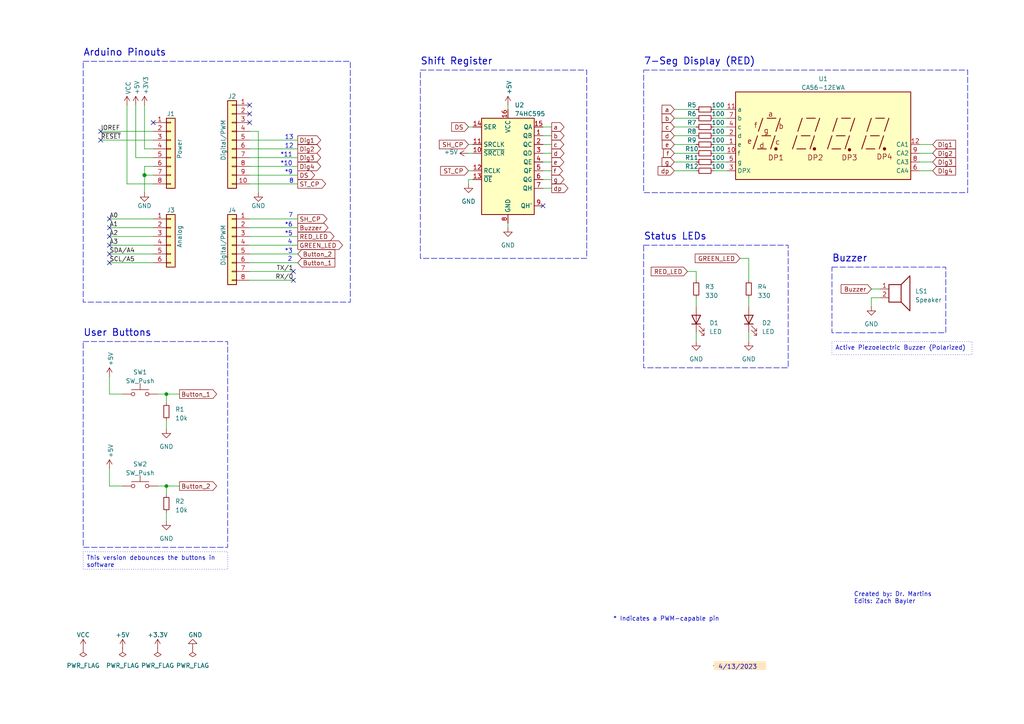
<source format=kicad_sch>
(kicad_sch (version 20230121) (generator eeschema)
  (paper "A4")
  (title_block (title "Arduino Uno Shield") (date "2023-03-22") (rev "1.0"))
  (lib_symbols
    (symbol "+5V_1" (power) (pin_names (offset 0))
      (property "Value" "+5V_1" (at 0 3.556 0))
      (symbol "+5V_1_0_1"
        (polyline (pts (xy -0.762 1.27) (xy 0 2.54)))
        (polyline (pts (xy 0 0) (xy 0 2.54)))
        (polyline (pts (xy 0 2.54) (xy 0.762 1.27)))
      )
      (symbol "+5V_1_1_1"
        (pin power_in line (at 0 0 90) (length 0) hide (name "+5V") (number "1"))
      )
    )
    (symbol "74xx:74HC595"
      (property "Reference" "U" (at -7.62 13.97 0))
      (property "Value" "74HC595" (at -7.62 -16.51 0))
      (symbol "74HC595_1_0"
        (pin tri_state line (at 10.16 7.62 180) (length 2.54) (name "QB") (number "1"))
        (pin input line (at -10.16 2.54 0) (length 2.54) (name "~{SRCLR}") (number "10"))
        (pin input line (at -10.16 5.08 0) (length 2.54) (name "SRCLK") (number "11"))
        (pin input line (at -10.16 -2.54 0) (length 2.54) (name "RCLK") (number "12"))
        (pin input line (at -10.16 -5.08 0) (length 2.54) (name "~{OE}") (number "13"))
        (pin input line (at -10.16 10.16 0) (length 2.54) (name "SER") (number "14"))
        (pin tri_state line (at 10.16 10.16 180) (length 2.54) (name "QA") (number "15"))
        (pin power_in line (at 0 15.24 270) (length 2.54) (name "VCC") (number "16"))
        (pin tri_state line (at 10.16 5.08 180) (length 2.54) (name "QC") (number "2"))
        (pin tri_state line (at 10.16 2.54 180) (length 2.54) (name "QD") (number "3"))
        (pin tri_state line (at 10.16 0 180) (length 2.54) (name "QE") (number "4"))
        (pin tri_state line (at 10.16 -2.54 180) (length 2.54) (name "QF") (number "5"))
        (pin tri_state line (at 10.16 -5.08 180) (length 2.54) (name "QG") (number "6"))
        (pin tri_state line (at 10.16 -7.62 180) (length 2.54) (name "QH") (number "7"))
        (pin power_in line (at 0 -17.78 90) (length 2.54) (name "GND") (number "8"))
        (pin output line (at 10.16 -12.7 180) (length 2.54) (name "QH'") (number "9"))
      )
      (symbol "74HC595_1_1"
        (rectangle (start -7.62 12.7) (end 7.62 -15.24) (stroke (width 0.254)) (fill (type background)))
      )
    )
    (symbol "Connector_Generic:Conn_01x06" (pin_names (offset 1.016) hide)
      (property "Reference" "J" (at 0 7.62 0))
      (property "Value" "Conn_01x06" (at 0 -10.16 0))
      (symbol "Conn_01x06_1_1"
        (rectangle (start -1.27 -7.493) (end 0 -7.747) (stroke (width 0.1524)))
        (rectangle (start -1.27 -4.953) (end 0 -5.207) (stroke (width 0.1524)))
        (rectangle (start -1.27 -2.413) (end 0 -2.667) (stroke (width 0.1524)))
        (rectangle (start -1.27 0.127) (end 0 -0.127) (stroke (width 0.1524)))
        (rectangle (start -1.27 2.667) (end 0 2.413) (stroke (width 0.1524)))
        (rectangle (start -1.27 5.207) (end 0 4.953) (stroke (width 0.1524)))
        (rectangle (start -1.27 6.35) (end 1.27 -8.89) (stroke (width 0.254)) (fill (type background)))
        (pin passive line (at -5.08 5.08 0) (length 3.81) (name "Pin_1") (number "1"))
        (pin passive line (at -5.08 2.54 0) (length 3.81) (name "Pin_2") (number "2"))
        (pin passive line (at -5.08 0 0) (length 3.81) (name "Pin_3") (number "3"))
        (pin passive line (at -5.08 -2.54 0) (length 3.81) (name "Pin_4") (number "4"))
        (pin passive line (at -5.08 -5.08 0) (length 3.81) (name "Pin_5") (number "5"))
        (pin passive line (at -5.08 -7.62 0) (length 3.81) (name "Pin_6") (number "6"))
      )
    )
    (symbol "Connector_Generic:Conn_01x08" (pin_names (offset 1.016) hide)
      (property "Reference" "J" (at 0 10.16 0))
      (property "Value" "Conn_01x08" (at 0 -12.7 0))
      (symbol "Conn_01x08_1_1"
        (rectangle (start -1.27 -10.033) (end 0 -10.287) (stroke (width 0.1524)))
        (rectangle (start -1.27 -7.493) (end 0 -7.747) (stroke (width 0.1524)))
        (rectangle (start -1.27 -4.953) (end 0 -5.207) (stroke (width 0.1524)))
        (rectangle (start -1.27 -2.413) (end 0 -2.667) (stroke (width 0.1524)))
        (rectangle (start -1.27 0.127) (end 0 -0.127) (stroke (width 0.1524)))
        (rectangle (start -1.27 2.667) (end 0 2.413) (stroke (width 0.1524)))
        (rectangle (start -1.27 5.207) (end 0 4.953) (stroke (width 0.1524)))
        (rectangle (start -1.27 7.747) (end 0 7.493) (stroke (width 0.1524)))
        (rectangle (start -1.27 8.89) (end 1.27 -11.43) (stroke (width 0.254)) (fill (type background)))
        (pin passive line (at -5.08 7.62 0) (length 3.81) (name "Pin_1") (number "1"))
        (pin passive line (at -5.08 5.08 0) (length 3.81) (name "Pin_2") (number "2"))
        (pin passive line (at -5.08 2.54 0) (length 3.81) (name "Pin_3") (number "3"))
        (pin passive line (at -5.08 0 0) (length 3.81) (name "Pin_4") (number "4"))
        (pin passive line (at -5.08 -2.54 0) (length 3.81) (name "Pin_5") (number "5"))
        (pin passive line (at -5.08 -5.08 0) (length 3.81) (name "Pin_6") (number "6"))
        (pin passive line (at -5.08 -7.62 0) (length 3.81) (name "Pin_7") (number "7"))
        (pin passive line (at -5.08 -10.16 0) (length 3.81) (name "Pin_8") (number "8"))
      )
    )
    (symbol "Connector_Generic:Conn_01x10" (pin_names (offset 1.016) hide)
      (property "Reference" "J" (at 0 12.7 0))
      (property "Value" "Conn_01x10" (at 0 -15.24 0))
      (symbol "Conn_01x10_1_1"
        (rectangle (start -1.27 -12.573) (end 0 -12.827) (stroke (width 0.1524)))
        (rectangle (start -1.27 -10.033) (end 0 -10.287) (stroke (width 0.1524)))
        (rectangle (start -1.27 -7.493) (end 0 -7.747) (stroke (width 0.1524)))
        (rectangle (start -1.27 -4.953) (end 0 -5.207) (stroke (width 0.1524)))
        (rectangle (start -1.27 -2.413) (end 0 -2.667) (stroke (width 0.1524)))
        (rectangle (start -1.27 0.127) (end 0 -0.127) (stroke (width 0.1524)))
        (rectangle (start -1.27 2.667) (end 0 2.413) (stroke (width 0.1524)))
        (rectangle (start -1.27 5.207) (end 0 4.953) (stroke (width 0.1524)))
        (rectangle (start -1.27 7.747) (end 0 7.493) (stroke (width 0.1524)))
        (rectangle (start -1.27 10.287) (end 0 10.033) (stroke (width 0.1524)))
        (rectangle (start -1.27 11.43) (end 1.27 -13.97) (stroke (width 0.254)) (fill (type background)))
        (pin passive line (at -5.08 10.16 0) (length 3.81) (name "Pin_1") (number "1"))
        (pin passive line (at -5.08 -12.7 0) (length 3.81) (name "Pin_10") (number "10"))
        (pin passive line (at -5.08 7.62 0) (length 3.81) (name "Pin_2") (number "2"))
        (pin passive line (at -5.08 5.08 0) (length 3.81) (name "Pin_3") (number "3"))
        (pin passive line (at -5.08 2.54 0) (length 3.81) (name "Pin_4") (number "4"))
        (pin passive line (at -5.08 0 0) (length 3.81) (name "Pin_5") (number "5"))
        (pin passive line (at -5.08 -2.54 0) (length 3.81) (name "Pin_6") (number "6"))
        (pin passive line (at -5.08 -5.08 0) (length 3.81) (name "Pin_7") (number "7"))
        (pin passive line (at -5.08 -7.62 0) (length 3.81) (name "Pin_8") (number "8"))
        (pin passive line (at -5.08 -10.16 0) (length 3.81) (name "Pin_9") (number "9"))
      )
    )
    (symbol "Device:LED" (pin_numbers hide) (pin_names (offset 1.016) hide)
      (property "Reference" "D" (at 0 2.54 0))
      (property "Value" "LED" (at 0 -2.54 0))
      (symbol "LED_0_1"
        (polyline (pts (xy -1.27 -1.27) (xy -1.27 1.27)) (stroke (width 0.254)))
        (polyline (pts (xy -1.27 0) (xy 1.27 0)))
        (polyline (pts (xy 1.27 -1.27) (xy 1.27 1.27) (xy -1.27 0) (xy 1.27 -1.27)) (stroke (width 0.254)))
        (polyline (pts (xy -3.048 -0.762) (xy -4.572 -2.286) (xy -3.81 -2.286) (xy -4.572 -2.286) (xy -4.572 -1.524)))
        (polyline (pts (xy -1.778 -0.762) (xy -3.302 -2.286) (xy -2.54 -2.286) (xy -3.302 -2.286) (xy -3.302 -1.524)))
      )
      (symbol "LED_1_1"
        (pin passive line (at -3.81 0 0) (length 2.54) (name "K") (number "1"))
        (pin passive line (at 3.81 0 180) (length 2.54) (name "A") (number "2"))
      )
    )
    (symbol "Device:R_Small" (pin_numbers hide) (pin_names (offset 0.254) hide)
      (property "Reference" "R" (at 0.762 0.508 0))
      (property "Value" "R_Small" (at 0.762 -1.016 0))
      (symbol "R_Small_0_1"
        (rectangle (start -0.762 1.778) (end 0.762 -1.778) (stroke (width 0.2032)))
      )
      (symbol "R_Small_1_1"
        (pin passive line (at 0 2.54 270) (length 0.762) (name "~") (number "1"))
        (pin passive line (at 0 -2.54 90) (length 0.762) (name "~") (number "2"))
      )
    )
    (symbol "Device:Speaker" (pin_names (offset 0) hide)
      (property "Reference" "LS" (at 1.27 5.715 0))
      (property "Value" "Speaker" (at 1.27 3.81 0))
      (symbol "Speaker_0_0"
        (rectangle (start -2.54 1.27) (end 1.016 -3.81) (stroke (width 0.254)))
        (polyline (pts (xy 1.016 1.27) (xy 3.556 3.81) (xy 3.556 -6.35) (xy 1.016 -3.81)) (stroke (width 0.254)))
      )
      (symbol "Speaker_1_1"
        (pin input line (at -5.08 0 0) (length 2.54) (name "1") (number "1"))
        (pin input line (at -5.08 -2.54 0) (length 2.54) (name "2") (number "2"))
      )
    )
    (symbol "Display_Character:CA56-12EWA"
      (property "Reference" "U" (at -24.13 13.97 0))
      (property "Value" "CA56-12EWA" (at 19.05 13.97 0))
      (symbol "CA56-12EWA_0_0"
        (rectangle (start -25.4 12.7) (end 25.4 -12.7) (stroke (width 0.254)) (fill (type background)))
        (polyline (pts (xy -20.32 -3.81) (xy -19.05 0)) (stroke (width 0.254)))
        (polyline (pts (xy -19.05 -3.81) (xy -16.51 -3.81)) (stroke (width 0.254)))
        (polyline (pts (xy -18.796 1.27) (xy -17.526 5.08)) (stroke (width 0.254)))
        (polyline (pts (xy -17.78 0) (xy -15.24 0)) (stroke (width 0.254)))
        (polyline (pts (xy -16.256 5.08) (xy -13.716 5.08)) (stroke (width 0.254)))
        (polyline (pts (xy -15.24 -3.81) (xy -13.97 0)) (stroke (width 0.254)))
        (polyline (pts (xy -13.716 1.27) (xy -12.446 5.08)) (stroke (width 0.254)))
        (polyline (pts (xy -8.89 -3.81) (xy -7.62 0)) (stroke (width 0.254)))
        (polyline (pts (xy -7.62 -3.81) (xy -5.08 -3.81)) (stroke (width 0.254)))
        (polyline (pts (xy -7.366 1.27) (xy -6.096 5.08)) (stroke (width 0.254)))
        (polyline (pts (xy -6.35 0) (xy -3.81 0)) (stroke (width 0.254)))
        (polyline (pts (xy -4.826 5.08) (xy -2.286 5.08)) (stroke (width 0.254)))
        (polyline (pts (xy -3.81 -3.81) (xy -2.54 0)) (stroke (width 0.254)))
        (polyline (pts (xy -2.286 1.27) (xy -1.016 5.08)) (stroke (width 0.254)))
        (polyline (pts (xy 1.27 -3.81) (xy 2.54 0)) (stroke (width 0.254)))
        (polyline (pts (xy 2.54 -3.81) (xy 5.08 -3.81)) (stroke (width 0.254)))
        (polyline (pts (xy 2.794 1.27) (xy 4.064 5.08)) (stroke (width 0.254)))
        (polyline (pts (xy 3.81 0) (xy 6.35 0)) (stroke (width 0.254)))
        (polyline (pts (xy 5.334 5.08) (xy 7.874 5.08)) (stroke (width 0.254)))
        (polyline (pts (xy 6.35 -3.81) (xy 7.62 0)) (stroke (width 0.254)))
        (polyline (pts (xy 7.874 1.27) (xy 9.144 5.08)) (stroke (width 0.254)))
        (polyline (pts (xy 11.176 -3.81) (xy 12.446 0)) (stroke (width 0.254)))
        (polyline (pts (xy 12.446 -3.81) (xy 14.986 -3.81)) (stroke (width 0.254)))
        (polyline (pts (xy 12.7 1.27) (xy 13.97 5.08)) (stroke (width 0.254)))
        (polyline (pts (xy 13.716 0) (xy 16.256 0)) (stroke (width 0.254)))
        (polyline (pts (xy 15.24 5.08) (xy 17.78 5.08)) (stroke (width 0.254)))
        (polyline (pts (xy 16.256 -3.81) (xy 17.526 0)) (stroke (width 0.254)))
        (polyline (pts (xy 17.78 1.27) (xy 19.05 5.08)) (stroke (width 0.254)))
        (text "a" (at -15.24 6.35 0) (effects (font (size 1.524 1.524))))
        (text "b" (at -12.192 2.794 0) (effects (font (size 1.524 1.524))))
        (text "c" (at -13.208 -1.778 0) (effects (font (size 1.524 1.524))))
        (text "d" (at -17.78 -2.794 0) (effects (font (size 1.524 1.524))))
        (text "DP1" (at -13.716 -6.35 0) (effects (font (size 1.524 1.524))))
        (text "DP2" (at -2.286 -6.35 0) (effects (font (size 1.524 1.524))))
        (text "DP3" (at 7.62 -6.35 0) (effects (font (size 1.524 1.524))))
        (text "DP4" (at 17.78 -6.096 0) (effects (font (size 1.524 1.524))))
        (text "e" (at -21.336 -1.524 0) (effects (font (size 1.524 1.524))))
        (text "f" (at -19.558 3.048 0) (effects (font (size 1.524 1.524))))
        (text "g" (at -16.51 1.524 0) (effects (font (size 1.524 1.524))))
      )
      (symbol "CA56-12EWA_0_1"
        (circle (center -13.716 -3.81) (radius 0.3556) (stroke (width 0.254)) (fill (type outline)))
        (circle (center -2.54 -3.81) (radius 0.3556) (stroke (width 0.254)) (fill (type outline)))
      )
      (symbol "CA56-12EWA_1_0"
        (circle (center 7.62 -4.064) (radius 0.3556) (stroke (width 0.254)) (fill (type outline)))
        (circle (center 17.78 -3.81) (radius 0.3556) (stroke (width 0.254)) (fill (type outline)))
      )
      (symbol "CA56-12EWA_1_1"
        (pin input line (at -27.94 -2.54 0) (length 2.54) (name "e") (number "1"))
        (pin input line (at -27.94 -5.08 0) (length 2.54) (name "f") (number "10"))
        (pin input line (at -27.94 7.62 0) (length 2.54) (name "a") (number "11"))
        (pin input line (at 27.94 -2.54 180) (length 2.54) (name "CA1") (number "12"))
        (pin input line (at -27.94 0 0) (length 2.54) (name "d") (number "2"))
        (pin input line (at -27.94 -10.16 0) (length 2.54) (name "DPX") (number "3"))
        (pin input line (at -27.94 2.54 0) (length 2.54) (name "c") (number "4"))
        (pin input line (at -27.94 -7.62 0) (length 2.54) (name "g") (number "5"))
        (pin input line (at 27.94 -10.16 180) (length 2.54) (name "CA4") (number "6"))
        (pin input line (at -27.94 5.08 0) (length 2.54) (name "b") (number "7"))
        (pin input line (at 27.94 -7.62 180) (length 2.54) (name "CA3") (number "8"))
        (pin input line (at 27.94 -5.08 180) (length 2.54) (name "CA2") (number "9"))
      )
    )
    (symbol "GND_1" (power) (pin_names (offset 0))
      (property "Value" "GND_1" (at 0 -3.81 0))
      (symbol "GND_1_0_1"
        (polyline (pts (xy 0 0) (xy 0 -1.27) (xy 1.27 -1.27) (xy 0 -2.54) (xy -1.27 -1.27) (xy 0 -1.27)))
      )
      (symbol "GND_1_1_1"
        (pin power_in line (at 0 0 270) (length 0) hide (name "GND") (number "1"))
      )
    )
    (symbol "GND_2" (power) (pin_names (offset 0))
      (property "Value" "GND_2" (at 0 -3.81 0))
      (symbol "GND_2_0_1"
        (polyline (pts (xy 0 0) (xy 0 -1.27) (xy 1.27 -1.27) (xy 0 -2.54) (xy -1.27 -1.27) (xy 0 -1.27)))
      )
      (symbol "GND_2_1_1"
        (pin power_in line (at 0 0 270) (length 0) hide (name "GND") (number "1"))
      )
    )
    (symbol "GND_3" (power) (pin_names (offset 0))
      (property "Value" "GND_3" (at 0 -3.81 0))
      (symbol "GND_3_0_1"
        (polyline (pts (xy 0 0) (xy 0 -1.27) (xy 1.27 -1.27) (xy 0 -2.54) (xy -1.27 -1.27) (xy 0 -1.27)))
      )
      (symbol "GND_3_1_1"
        (pin power_in line (at 0 0 270) (length 0) hide (name "GND") (number "1"))
      )
    )
    (symbol "GND_4" (power) (pin_names (offset 0))
      (property "Value" "GND_4" (at 0 -3.81 0))
      (symbol "GND_4_0_1"
        (polyline (pts (xy 0 0) (xy 0 -1.27) (xy 1.27 -1.27) (xy 0 -2.54) (xy -1.27 -1.27) (xy 0 -1.27)))
      )
      (symbol "GND_4_1_1"
        (pin power_in line (at 0 0 270) (length 0) hide (name "GND") (number "1"))
      )
    )
    (symbol "Switch:SW_Push" (pin_numbers hide) (pin_names (offset 1.016) hide)
      (property "Reference" "SW" (at 1.27 2.54 0))
      (property "Value" "SW_Push" (at 0 -1.524 0))
      (symbol "SW_Push_0_1"
        (circle (center -2.032 0) (radius 0.508))
        (polyline (pts (xy 0 1.27) (xy 0 3.048)))
        (polyline (pts (xy 2.54 1.27) (xy -2.54 1.27)))
        (circle (center 2.032 0) (radius 0.508))
        (pin passive line (at -5.08 0 0) (length 2.54) (name "1") (number "1"))
        (pin passive line (at 5.08 0 180) (length 2.54) (name "2") (number "2"))
      )
    )
    (symbol "VCC_1" (power) (pin_names (offset 0))
      (property "Value" "VCC_1" (at 0 3.81 0))
      (symbol "VCC_1_0_1"
        (polyline (pts (xy -0.762 1.27) (xy 0 2.54)))
        (polyline (pts (xy 0 0) (xy 0 2.54)))
        (polyline (pts (xy 0 2.54) (xy 0.762 1.27)))
      )
      (symbol "VCC_1_1_1"
        (pin power_in line (at 0 0 90) (length 0) hide (name "VCC") (number "1"))
      )
    )
    (symbol "power:+3.3V" (power) (pin_names (offset 0))
      (property "Value" "+3.3V" (at 0 3.556 0))
      (symbol "+3.3V_0_1"
        (polyline (pts (xy -0.762 1.27) (xy 0 2.54)))
        (polyline (pts (xy 0 0) (xy 0 2.54)))
        (polyline (pts (xy 0 2.54) (xy 0.762 1.27)))
      )
      (symbol "+3.3V_1_1"
        (pin power_in line (at 0 0 90) (length 0) hide (name "+3.3V") (number "1"))
      )
    )
    (symbol "power:+3V3" (power) (pin_names (offset 0))
      (property "Value" "+3V3" (at 0 3.556 0))
      (symbol "+3V3_0_1"
        (polyline (pts (xy -0.762 1.27) (xy 0 2.54)))
        (polyline (pts (xy 0 0) (xy 0 2.54)))
        (polyline (pts (xy 0 2.54) (xy 0.762 1.27)))
      )
      (symbol "+3V3_1_1"
        (pin power_in line (at 0 0 90) (length 0) hide (name "+3V3") (number "1"))
      )
    )
    (symbol "power:+5V" (power) (pin_names (offset 0))
      (property "Value" "+5V" (at 0 3.556 0))
      (symbol "+5V_0_1"
        (polyline (pts (xy -0.762 1.27) (xy 0 2.54)))
        (polyline (pts (xy 0 0) (xy 0 2.54)))
        (polyline (pts (xy 0 2.54) (xy 0.762 1.27)))
      )
      (symbol "+5V_1_1"
        (pin power_in line (at 0 0 90) (length 0) hide (name "+5V") (number "1"))
      )
    )
    (symbol "power:GND" (power) (pin_names (offset 0))
      (property "Value" "GND" (at 0 -3.81 0))
      (symbol "GND_0_1"
        (polyline (pts (xy 0 0) (xy 0 -1.27) (xy 1.27 -1.27) (xy 0 -2.54) (xy -1.27 -1.27) (xy 0 -1.27)))
      )
      (symbol "GND_1_1"
        (pin power_in line (at 0 0 270) (length 0) hide (name "GND") (number "1"))
      )
    )
    (symbol "power:PWR_FLAG" (power) (pin_numbers hide) (pin_names (offset 0) hide)
      (property "Value" "PWR_FLAG" (at 0 3.81 0))
      (symbol "PWR_FLAG_0_0"
        (pin power_out line (at 0 0 90) (length 0) (name "pwr") (number "1"))
      )
      (symbol "PWR_FLAG_0_1"
        (polyline (pts (xy 0 0) (xy 0 1.27) (xy -1.016 1.905) (xy 0 2.54) (xy 1.016 1.905) (xy 0 1.27)))
      )
    )
    (symbol "power:VCC" (power) (pin_names (offset 0))
      (property "Value" "VCC" (at 0 3.81 0))
      (symbol "VCC_0_1"
        (polyline (pts (xy -0.762 1.27) (xy 0 2.54)))
        (polyline (pts (xy 0 0) (xy 0 2.54)))
        (polyline (pts (xy 0 2.54) (xy 0.762 1.27)))
      )
      (symbol "VCC_1_1"
        (pin power_in line (at 0 0 90) (length 0) hide (name "VCC") (number "1"))
      )
    )
  )
  (junction (at 41.91 50.8) (diameter 1.016))
  (junction (at 48.26 140.97))
  (junction (at 48.26 114.3))
  (no_connect (at 85.09 78.74))
  (no_connect (at 72.39 30.48))
  (no_connect (at 29.21 38.1))
  (no_connect (at 72.39 35.56))
  (no_connect (at 31.75 73.66))
  (no_connect (at 31.75 71.12))
  (no_connect (at 31.75 68.58))
  (no_connect (at 72.39 33.02))
  (no_connect (at 85.09 81.28))
  (no_connect (at 157.48 59.69))
  (no_connect (at 29.21 40.64))
  (no_connect (at 44.45 35.56))
  (no_connect (at 31.75 76.2))
  (no_connect (at 31.75 66.04))
  (no_connect (at 31.75 63.5))
  (wire (pts (xy 72.39 81.28) (xy 85.09 81.28)))
  (wire (pts (xy 147.32 64.77) (xy 147.32 66.04)))
  (wire (pts (xy 72.39 48.26) (xy 86.36 48.26)))
  (wire (pts (xy 48.26 140.97) (xy 48.26 143.51)))
  (wire (pts (xy 207.01 36.83) (xy 210.82 36.83)))
  (wire (pts (xy 41.91 48.26) (xy 41.91 50.8)))
  (wire (pts (xy 252.73 86.36) (xy 252.73 88.9)))
  (wire (pts (xy 157.48 36.83) (xy 160.02 36.83)))
  (wire (pts (xy 48.26 140.97) (xy 52.07 140.97)))
  (wire (pts (xy 35.56 114.3) (xy 31.75 114.3)))
  (wire (pts (xy 48.26 114.3) (xy 48.26 116.84)))
  (wire (pts (xy 41.91 50.8) (xy 41.91 55.88)))
  (wire (pts (xy 201.93 86.36) (xy 201.93 88.9)))
  (wire (pts (xy 41.91 43.18) (xy 44.45 43.18)))
  (wire (pts (xy 39.37 45.72) (xy 44.45 45.72)))
  (wire (pts (xy 135.89 41.91) (xy 137.16 41.91)))
  (wire (pts (xy 39.37 30.48) (xy 39.37 45.72)))
  (wire (pts (xy 31.75 76.2) (xy 44.45 76.2)))
  (wire (pts (xy 72.39 40.64) (xy 86.36 40.64)))
  (wire (pts (xy 41.91 30.48) (xy 41.91 43.18)))
  (wire (pts (xy 72.39 63.5) (xy 86.36 63.5)))
  (wire (pts (xy 195.58 36.83) (xy 201.93 36.83)))
  (wire (pts (xy 252.73 83.82) (xy 255.27 83.82)))
  (wire (pts (xy 44.45 63.5) (xy 31.75 63.5)))
  (wire (pts (xy 266.7 44.45) (xy 270.51 44.45)))
  (wire (pts (xy 72.39 43.18) (xy 86.36 43.18)))
  (wire (pts (xy 217.17 74.93) (xy 217.17 81.28)))
  (wire (pts (xy 72.39 66.04) (xy 86.36 66.04)))
  (wire (pts (xy 195.58 34.29) (xy 201.93 34.29)))
  (wire (pts (xy 137.16 52.07) (xy 135.89 52.07)))
  (wire (pts (xy 217.17 86.36) (xy 217.17 88.9)))
  (wire (pts (xy 195.58 41.91) (xy 201.93 41.91)))
  (wire (pts (xy 147.32 30.48) (xy 147.32 31.75)))
  (wire (pts (xy 72.39 50.8) (xy 86.36 50.8)))
  (wire (pts (xy 214.63 74.93) (xy 217.17 74.93)))
  (wire (pts (xy 72.39 71.12) (xy 86.36 71.12)))
  (wire (pts (xy 195.58 44.45) (xy 201.93 44.45)))
  (wire (pts (xy 29.21 38.1) (xy 44.45 38.1)))
  (wire (pts (xy 135.89 36.83) (xy 137.16 36.83)))
  (wire (pts (xy 207.01 31.75) (xy 210.82 31.75)))
  (wire (pts (xy 48.26 114.3) (xy 52.07 114.3)))
  (wire (pts (xy 217.17 96.52) (xy 217.17 99.06)))
  (wire (pts (xy 157.48 49.53) (xy 160.02 49.53)))
  (wire (pts (xy 266.7 46.99) (xy 270.51 46.99)))
  (wire (pts (xy 74.93 38.1) (xy 74.93 55.88)))
  (wire (pts (xy 135.89 44.45) (xy 137.16 44.45)))
  (wire (pts (xy 207.01 39.37) (xy 210.82 39.37)))
  (wire (pts (xy 45.72 114.3) (xy 48.26 114.3)))
  (wire (pts (xy 44.45 68.58) (xy 31.75 68.58)))
  (wire (pts (xy 29.21 40.64) (xy 44.45 40.64)))
  (wire (pts (xy 44.45 50.8) (xy 41.91 50.8)))
  (wire (pts (xy 195.58 49.53) (xy 201.93 49.53)))
  (wire (pts (xy 255.27 86.36) (xy 252.73 86.36)))
  (wire (pts (xy 44.45 53.34) (xy 36.83 53.34)))
  (wire (pts (xy 31.75 66.04) (xy 44.45 66.04)))
  (wire (pts (xy 135.89 52.07) (xy 135.89 53.34)))
  (wire (pts (xy 207.01 46.99) (xy 210.82 46.99)))
  (wire (pts (xy 157.48 41.91) (xy 160.02 41.91)))
  (wire (pts (xy 207.01 34.29) (xy 210.82 34.29)))
  (wire (pts (xy 195.58 39.37) (xy 201.93 39.37)))
  (wire (pts (xy 207.01 44.45) (xy 210.82 44.45)))
  (wire (pts (xy 72.39 38.1) (xy 74.93 38.1)))
  (wire (pts (xy 44.45 48.26) (xy 41.91 48.26)))
  (wire (pts (xy 48.26 121.92) (xy 48.26 124.46)))
  (wire (pts (xy 157.48 44.45) (xy 160.02 44.45)))
  (wire (pts (xy 72.39 45.72) (xy 86.36 45.72)))
  (wire (pts (xy 266.7 49.53) (xy 270.51 49.53)))
  (wire (pts (xy 157.48 46.99) (xy 160.02 46.99)))
  (wire (pts (xy 31.75 114.3) (xy 31.75 109.22)))
  (wire (pts (xy 157.48 39.37) (xy 160.02 39.37)))
  (wire (pts (xy 72.39 68.58) (xy 86.36 68.58)))
  (wire (pts (xy 48.26 148.59) (xy 48.26 151.13)))
  (wire (pts (xy 31.75 71.12) (xy 44.45 71.12)))
  (wire (pts (xy 195.58 31.75) (xy 201.93 31.75)))
  (wire (pts (xy 195.58 46.99) (xy 201.93 46.99)))
  (wire (pts (xy 201.93 78.74) (xy 201.93 81.28)))
  (wire (pts (xy 201.93 96.52) (xy 201.93 99.06)))
  (wire (pts (xy 31.75 140.97) (xy 31.75 135.89)))
  (wire (pts (xy 72.39 76.2) (xy 86.36 76.2)))
  (wire (pts (xy 207.01 41.91) (xy 210.82 41.91)))
  (wire (pts (xy 72.39 73.66) (xy 86.36 73.66)))
  (wire (pts (xy 157.48 54.61) (xy 160.02 54.61)))
  (wire (pts (xy 266.7 41.91) (xy 270.51 41.91)))
  (wire (pts (xy 35.56 140.97) (xy 31.75 140.97)))
  (wire (pts (xy 135.89 49.53) (xy 137.16 49.53)))
  (wire (pts (xy 45.72 140.97) (xy 48.26 140.97)))
  (wire (pts (xy 72.39 78.74) (xy 85.09 78.74)))
  (wire (pts (xy 36.83 53.34) (xy 36.83 30.48)))
  (wire (pts (xy 199.39 78.74) (xy 201.93 78.74)))
  (wire (pts (xy 44.45 73.66) (xy 31.75 73.66)))
  (wire (pts (xy 157.48 52.07) (xy 160.02 52.07)))
  (wire (pts (xy 72.39 53.34) (xy 86.36 53.34)))
  (wire (pts (xy 207.01 49.53) (xy 210.82 49.53)))
  (rectangle (start 186.69 71.12) (end 228.6 106.68) (stroke (width 0) (type dash)))
  (rectangle (start 207.01 191.77) (end 222.25 194.31) (stroke (width -0.0001)) (fill (type color) (color 255 229 191 1)))
  (rectangle (start 207.01 193.04) (end 207.01 193.04) (fill (type color)))
  (rectangle (start 241.3 77.47) (end 274.32 96.52) (stroke (width 0) (type dash)))
  (rectangle (start 24.13 17.78) (end 101.6 87.63) (stroke (width 0) (type dash)))
  (rectangle (start 24.13 99.06) (end 66.04 158.75) (stroke (width 0) (type dash)))
  (rectangle (start 207.01 193.04) (end 207.01 193.04))
  (rectangle (start 121.92 20.32) (end 170.18 74.93) (stroke (width 0) (type dash)))
  (rectangle (start 207.01 193.04) (end 207.01 193.04))
  (rectangle (start 186.69 20.32) (end 280.67 55.88) (stroke (width 0) (type dash)))
  (text_box "Active Piezoelectric Buzzer (Polarized)" (at 241.3 99.06 0) (size 40.64 3.81) (stroke (width 0) (type dot)) (effects (font (size 1.27 1.27)) (justify left top)))
  (text_box "This version debounces the buttons in software" (at 24.13 160.02 0) (size 41.91 5.08) (stroke (width 0) (type dot)) (effects (font (size 1.27 1.27)) (justify left top)))
  (text "Shift Register" (at 121.92 19.05 0) (effects (font (size 2 2) (thickness 0.254) bold) (justify left bottom)))
  (text "Created by: Dr. Martins\nEdits: Zach Bayler" (at 247.65 175.26 0) (effects (font (size 1.27 1.27)) (justify left bottom)))
  (text "*10\n" (at 81.28 48.26 0) (effects (font (size 1.27 1.27)) (justify left bottom)))
  (text "*5\n" (at 82.55 68.58 0) (effects (font (size 1.27 1.27)) (justify left bottom)))
  (text "2" (at 83.3897 75.9697 0) (effects (font (size 1.27 1.27)) (justify left bottom)))
  (text "8\n" (at 83.82 53.34 0) (effects (font (size 1.27 1.27)) (justify left bottom)))
  (text "*6" (at 82.55 66.04 0) (effects (font (size 1.27 1.27)) (justify left bottom)))
  (text "12\n" (at 82.55 43.18 0) (effects (font (size 1.27 1.27)) (justify left bottom)))
  (text "*3" (at 82.55 73.66 0) (effects (font (size 1.27 1.27)) (justify left bottom)))
  (text "4/13/2023" (at 208.28 194.31 0) (effects (font (size 1.27 1.27)) (justify left bottom)))
  (text "13\n" (at 82.55 40.64 0) (effects (font (size 1.27 1.27)) (justify left bottom)))
  (text "7" (at 83.5816 63.2776 0) (effects (font (size 1.27 1.27)) (justify left bottom)))
  (text "Status LEDs" (at 186.69 69.85 0) (effects (font (size 2 2) (thickness 0.254) bold) (justify left bottom)))
  (text "Arduino Pinouts" (at 24.13 16.51 0) (effects (font (size 2 2) (thickness 0.254) bold) (justify left bottom)))
  (text "User Buttons" (at 24.13 97.79 0) (effects (font (size 2 2) (thickness 0.254) bold) (justify left bottom)))
  (text "Buzzer" (at 241.3 76.2 0) (effects (font (size 2 2) (thickness 0.254) bold) (justify left bottom)))
  (text "* Indicates a PWM-capable pin" (at 177.8 180.34 0) (effects (font (size 1.27 1.27)) (justify left bottom)))
  (text "7-Seg Display (RED)" (at 186.69 19.05 0) (effects (font (size 2 2) (thickness 0.254) bold) (justify left bottom)))
  (text "4" (at 83.4137 70.9792 0) (effects (font (size 1.27 1.27)) (justify left bottom)))
  (text "*11" (at 81.28 45.72 0) (effects (font (size 1.27 1.27)) (justify left bottom)))
  (text "*9\n" (at 82.55 50.8 0) (effects (font (size 1.27 1.27)) (justify left bottom)))
  (label "RX{slash}0" (at 85.09 81.28 180))
  (label "A2" (at 31.75 68.58 0))
  (label "A3" (at 31.75 71.12 0))
  (label "~{RESET}" (at 29.21 40.64 0))
  (label "A1" (at 31.75 66.04 0))
  (label "TX{slash}1" (at 85.09 78.74 180))
  (label "A0" (at 31.75 63.5 0))
  (label "IOREF" (at 29.21 38.1 0))
  (label "SDA{slash}A4" (at 31.75 73.66 0))
  (label "SCL{slash}A5" (at 31.75 76.2 0))
  (global_label "e" (shape output) (at 160.02 46.99 0) (property "Intersheetrefs" "${INTERSHEET_REFS}" (effects hide)))
  (global_label "Button_1" (shape output) (at 52.07 114.3 0) (property "Intersheetrefs" "${INTERSHEET_REFS}" (effects hide)))
  (global_label "Button_1" (shape input) (at 86.36 76.2 0) (property "Intersheetrefs" "${INTERSHEET_REFS}" (effects hide)))
  (global_label "g" (shape output) (at 160.02 52.07 0) (property "Intersheetrefs" "${INTERSHEET_REFS}" (effects hide)))
  (global_label "dp" (shape output) (at 160.02 54.61 0) (property "Intersheetrefs" "${INTERSHEET_REFS}" (effects hide)))
  (global_label "ST_CP" (shape output) (at 86.36 53.34 0) (property "Intersheetrefs" "${INTERSHEET_REFS}" (effects hide)))
  (global_label "b" (shape input) (at 195.58 34.29 180) (property "Intersheetrefs" "${INTERSHEET_REFS}" (effects hide)))
  (global_label "f" (shape output) (at 160.02 49.53 0) (property "Intersheetrefs" "${INTERSHEET_REFS}" (effects hide)))
  (global_label "ST_CP" (shape input) (at 135.89 49.53 180) (property "Intersheetrefs" "${INTERSHEET_REFS}" (effects hide)))
  (global_label "d" (shape input) (at 195.58 39.37 180) (property "Intersheetrefs" "${INTERSHEET_REFS}" (effects hide)))
  (global_label "a" (shape input) (at 195.58 31.75 180) (property "Intersheetrefs" "${INTERSHEET_REFS}" (effects hide)))
  (global_label "c" (shape output) (at 160.02 41.91 0) (property "Intersheetrefs" "${INTERSHEET_REFS}" (effects hide)))
  (global_label "Dig1" (shape output) (at 86.36 40.64 0) (property "Intersheetrefs" "${INTERSHEET_REFS}" (effects hide)))
  (global_label "Buzzer" (shape output) (at 86.36 66.04 0) (property "Intersheetrefs" "${INTERSHEET_REFS}" (effects hide)))
  (global_label "g" (shape input) (at 195.58 46.99 180) (property "Intersheetrefs" "${INTERSHEET_REFS}" (effects hide)))
  (global_label "Button_2" (shape input) (at 86.36 73.66 0) (property "Intersheetrefs" "${INTERSHEET_REFS}" (effects hide)))
  (global_label "Dig1" (shape input) (at 270.51 41.91 0) (property "Intersheetrefs" "${INTERSHEET_REFS}" (effects hide)))
  (global_label "Dig4" (shape output) (at 86.36 48.26 0) (property "Intersheetrefs" "${INTERSHEET_REFS}" (effects hide)))
  (global_label "GREEN_LED" (shape input) (at 214.63 74.93 180) (property "Intersheetrefs" "${INTERSHEET_REFS}" (effects hide)))
  (global_label "a" (shape output) (at 160.02 36.83 0) (property "Intersheetrefs" "${INTERSHEET_REFS}" (effects hide)))
  (global_label "SH_CP" (shape output) (at 86.36 63.5 0) (property "Intersheetrefs" "${INTERSHEET_REFS}" (effects hide)))
  (global_label "Dig2" (shape input) (at 270.51 44.45 0) (property "Intersheetrefs" "${INTERSHEET_REFS}" (effects hide)))
  (global_label "Dig3" (shape output) (at 86.36 45.72 0) (property "Intersheetrefs" "${INTERSHEET_REFS}" (effects hide)))
  (global_label "DS" (shape input) (at 135.89 36.83 180) (property "Intersheetrefs" "${INTERSHEET_REFS}" (effects hide)))
  (global_label "SH_CP" (shape input) (at 135.89 41.91 180) (property "Intersheetrefs" "${INTERSHEET_REFS}" (effects hide)))
  (global_label "Button_2" (shape output) (at 52.07 140.97 0) (property "Intersheetrefs" "${INTERSHEET_REFS}" (effects hide)))
  (global_label "Dig4" (shape input) (at 270.51 49.53 0) (property "Intersheetrefs" "${INTERSHEET_REFS}" (effects hide)))
  (global_label "c" (shape input) (at 195.58 36.83 180) (property "Intersheetrefs" "${INTERSHEET_REFS}" (effects hide)))
  (global_label "Dig2" (shape output) (at 86.36 43.18 0) (property "Intersheetrefs" "${INTERSHEET_REFS}" (effects hide)))
  (global_label "dp" (shape input) (at 195.58 49.53 180) (property "Intersheetrefs" "${INTERSHEET_REFS}" (effects hide)))
  (global_label "Dig3" (shape input) (at 270.51 46.99 0) (property "Intersheetrefs" "${INTERSHEET_REFS}" (effects hide)))
  (global_label "Buzzer" (shape input) (at 252.73 83.82 180) (property "Intersheetrefs" "${INTERSHEET_REFS}" (effects hide)))
  (global_label "RED_LED" (shape output) (at 86.36 68.58 0) (property "Intersheetrefs" "${INTERSHEET_REFS}" (effects hide)))
  (global_label "d" (shape output) (at 160.02 44.45 0) (property "Intersheetrefs" "${INTERSHEET_REFS}" (effects hide)))
  (global_label "e" (shape input) (at 195.58 41.91 180) (property "Intersheetrefs" "${INTERSHEET_REFS}" (effects hide)))
  (global_label "DS" (shape output) (at 86.36 50.8 0) (property "Intersheetrefs" "${INTERSHEET_REFS}" (effects hide)))
  (global_label "GREEN_LED" (shape output) (at 86.36 71.12 0) (property "Intersheetrefs" "${INTERSHEET_REFS}" (effects hide)))
  (global_label "f" (shape input) (at 195.58 44.45 180) (property "Intersheetrefs" "${INTERSHEET_REFS}" (effects hide)))
  (global_label "b" (shape output) (at 160.02 39.37 0) (property "Intersheetrefs" "${INTERSHEET_REFS}" (effects hide)))
  (global_label "RED_LED" (shape input) (at 199.39 78.74 180) (property "Intersheetrefs" "${INTERSHEET_REFS}" (effects hide)))
  (symbol (lib_id "Connector_Generic:Conn_01x08") (at 49.53 43.18 0) (unit 1)
    (property "Reference" "J1" (at 49.53 33.02 0))
    (property "Value" "Power" (at 52.07 43.18 90))
    (property "Footprint" "Connector_PinSocket_2.54mm:PinSocket_1x08_P2.54mm_Vertical" (effects hide))
  )
  (symbol (lib_id "power:+3V3") (at 41.91 30.48 0) (unit 1)
    (property "Reference" "#PWR03" (effects hide))
    (property "Value" "+3.3V" (at 42.291 27.432 90) (effects (justify left)))
  )
  (symbol (lib_id "power:+5V") (at 39.37 30.48 0) (unit 1)
    (property "Reference" "#PWR02" (effects hide))
    (property "Value" "+5V" (at 39.7256 27.432 90) (effects (justify left)))
  )
  (symbol (lib_id "power:GND") (at 41.91 55.88 0) (unit 1)
    (property "Reference" "#PWR04" (effects hide))
    (property "Value" "GND" (at 41.91 59.69 0))
  )
  (symbol (lib_id "Connector_Generic:Conn_01x10") (at 67.31 40.64 0) (mirror y) (unit 1)
    (property "Reference" "J2" (at 67.31 27.94 0))
    (property "Value" "Digital/PWM" (at 64.77 40.64 90))
    (property "Footprint" "Connector_PinSocket_2.54mm:PinSocket_1x10_P2.54mm_Vertical" (effects hide))
  )
  (symbol (lib_id "power:GND") (at 74.93 55.88 0) (unit 1)
    (property "Reference" "#PWR05" (effects hide))
    (property "Value" "GND" (at 74.93 59.69 0))
  )
  (symbol (lib_id "Connector_Generic:Conn_01x06") (at 49.53 68.58 0) (unit 1)
    (property "Reference" "J3" (at 49.53 60.96 0))
    (property "Value" "Analog" (at 52.07 68.58 90))
    (property "Footprint" "Connector_PinSocket_2.54mm:PinSocket_1x06_P2.54mm_Vertical" (effects hide))
  )
  (symbol (lib_id "Connector_Generic:Conn_01x08") (at 67.31 71.12 0) (mirror y) (unit 1)
    (property "Reference" "J4" (at 67.31 60.96 0))
    (property "Value" "Digital/PWM" (at 64.77 71.12 90))
    (property "Footprint" "Connector_PinSocket_2.54mm:PinSocket_1x08_P2.54mm_Vertical" (effects hide))
  )
  (symbol (lib_id "power:+5V") (at 31.75 135.89 0) (unit 1)
    (property "Reference" "#PWR014" (effects hide))
    (property "Value" "+5V" (at 32.1056 132.842 90) (effects (justify left)))
  )
  (symbol (lib_id "power:PWR_FLAG") (at 45.72 187.96 180) (unit 1)
    (property "Reference" "#FLG03" (effects hide))
    (property "Value" "PWR_FLAG" (at 45.72 193.04 0))
  )
  (symbol (lib_id "74xx:74HC595") (at 147.32 46.99 0) (unit 1)
    (property "Reference" "U2" (at 149.2759 30.48 0) (effects (justify left)))
    (property "Value" "74HC595" (at 149.2759 33.02 0) (effects (justify left)))
    (property "Footprint" "Package_DIP:DIP-16_W7.62mm_Socket_LongPads" (effects hide))
    (property "Datasheet" "http://www.ti.com/lit/ds/symlink/sn74hc595.pdf" (effects hide))
  )
  (symbol (lib_id "Device:LED") (at 201.93 92.71 90) (unit 1)
    (property "Reference" "D1" (at 205.74 93.6625 90) (effects (justify right)))
    (property "Value" "LED" (at 205.74 96.2025 90) (effects (justify right)))
    (property "Footprint" "LED_THT:LED_D5.0mm" (effects hide))
  )
  (symbol (lib_id "power:PWR_FLAG") (at 35.56 187.96 180) (unit 1)
    (property "Reference" "#FLG02" (effects hide))
    (property "Value" "PWR_FLAG" (at 35.56 193.04 0))
  )
  (symbol (lib_id "Device:R_Small") (at 204.47 39.37 90) (unit 1)
    (property "Reference" "R8" (at 200.66 38.1 90))
    (property "Value" "100" (at 208.28 38.1 90))
    (property "Footprint" "Resistor_THT:R_Axial_DIN0207_L6.3mm_D2.5mm_P10.16mm_Horizontal" (effects hide))
  )
  (symbol (lib_id "power:+5V") (at 147.32 30.48 0) (unit 1)
    (property "Reference" "#PWR07" (effects hide))
    (property "Value" "+5V" (at 147.6756 27.432 90) (effects (justify left)))
  )
  (symbol (lib_id "power:+3.3V") (at 45.72 187.96 0) (unit 1)
    (property "Reference" "#PWR019" (effects hide))
    (property "Value" "+3.3V" (at 45.72 184.15 0))
  )
  (symbol (lib_id "Device:R_Small") (at 48.26 119.38 0) (unit 1)
    (property "Reference" "R1" (at 50.8 118.745 0) (effects (justify left)))
    (property "Value" "10k" (at 50.8 121.285 0) (effects (justify left)))
    (property "Footprint" "Resistor_THT:R_Axial_DIN0207_L6.3mm_D2.5mm_P10.16mm_Horizontal" (effects hide))
  )
  (symbol (lib_id "Device:R_Small") (at 48.26 146.05 0) (unit 1)
    (property "Reference" "R2" (at 50.8 145.415 0) (effects (justify left)))
    (property "Value" "10k" (at 50.8 147.955 0) (effects (justify left)))
    (property "Footprint" "Resistor_THT:R_Axial_DIN0207_L6.3mm_D2.5mm_P10.16mm_Horizontal" (effects hide))
  )
  (symbol (lib_id "Device:R_Small") (at 204.47 36.83 90) (unit 1)
    (property "Reference" "R7" (at 200.66 35.56 90))
    (property "Value" "100" (at 208.28 35.56 90))
    (property "Footprint" "Resistor_THT:R_Axial_DIN0207_L6.3mm_D2.5mm_P10.16mm_Horizontal" (effects hide))
  )
  (symbol (lib_id "power:VCC") (at 36.83 30.48 0) (unit 1)
    (property "Reference" "#PWR01" (effects hide))
    (property "Value" "VCC" (at 37.211 27.432 90) (effects (justify left)))
  )
  (symbol (lib_id "Device:LED") (at 217.17 92.71 90) (unit 1)
    (property "Reference" "D2" (at 220.98 93.6625 90) (effects (justify right)))
    (property "Value" "LED" (at 220.98 96.2025 90) (effects (justify right)))
    (property "Footprint" "LED_THT:LED_D5.0mm" (effects hide))
  )
  (symbol (lib_id "Device:R_Small") (at 204.47 44.45 90) (unit 1)
    (property "Reference" "R10" (at 200.66 43.18 90))
    (property "Value" "100" (at 208.28 43.18 90))
    (property "Footprint" "Resistor_THT:R_Axial_DIN0207_L6.3mm_D2.5mm_P10.16mm_Horizontal" (effects hide))
  )
  (symbol (lib_id "power:PWR_FLAG") (at 55.88 187.96 180) (unit 1)
    (property "Reference" "#FLG04" (effects hide))
    (property "Value" "PWR_FLAG" (at 55.88 193.04 0))
  )
  (symbol (lib_id "Device:R_Small") (at 201.93 83.82 0) (unit 1)
    (property "Reference" "R3" (at 204.47 83.185 0) (effects (justify left)))
    (property "Value" "330" (at 204.47 85.725 0) (effects (justify left)))
    (property "Footprint" "Resistor_THT:R_Axial_DIN0207_L6.3mm_D2.5mm_P10.16mm_Horizontal" (effects hide))
  )
  (symbol (lib_name "GND_1") (lib_id "power:GND") (at 48.26 151.13 0) (unit 1)
    (property "Reference" "#PWR015" (effects hide))
    (property "Value" "GND" (at 48.26 156.21 0))
  )
  (symbol (lib_id "Switch:SW_Push") (at 40.64 114.3 0) (unit 1)
    (property "Reference" "SW1" (at 40.64 107.95 0))
    (property "Value" "SW_Push" (at 40.64 110.49 0))
    (property "Footprint" "Button_Switch_THT:SW_PUSH-12mm" (effects hide))
  )
  (symbol (lib_id "Device:R_Small") (at 204.47 31.75 90) (unit 1)
    (property "Reference" "R5" (at 200.66 30.48 90))
    (property "Value" "100" (at 208.28 30.48 90))
    (property "Footprint" "Resistor_THT:R_Axial_DIN0207_L6.3mm_D2.5mm_P10.16mm_Horizontal" (effects hide))
  )
  (symbol (lib_id "power:+5V") (at 135.89 44.45 90) (unit 1)
    (property "Reference" "#PWR09" (effects hide))
    (property "Value" "+5V" (at 132.842 44.0944 90) (effects (justify left)))
  )
  (symbol (lib_name "GND_1") (lib_id "power:GND") (at 135.89 53.34 0) (unit 1)
    (property "Reference" "#PWR08" (effects hide))
    (property "Value" "GND" (at 135.89 58.42 0))
  )
  (symbol (lib_id "Switch:SW_Push") (at 40.64 140.97 0) (unit 1)
    (property "Reference" "SW2" (at 40.64 134.62 0))
    (property "Value" "SW_Push" (at 40.64 137.16 0))
    (property "Footprint" "Button_Switch_THT:SW_PUSH-12mm" (effects hide))
  )
  (symbol (lib_id "Display_Character:CA56-12EWA") (at 238.76 39.37 0) (unit 1)
    (property "Reference" "U1" (at 238.76 22.86 0))
    (property "Value" "CA56-12EWA" (at 238.76 25.4 0))
    (property "Footprint" "Display_7Segment:CA56-12EWA" (effects hide))
    (property "Datasheet" "http://cdn.sparkfun.com/datasheets/Components/LED/1LEDREDCC.pdf" (effects hide))
  )
  (symbol (lib_name "GND_2") (lib_id "power:GND") (at 217.17 99.06 0) (unit 1)
    (property "Reference" "#PWR020" (effects hide))
    (property "Value" "GND" (at 217.17 104.14 0))
  )
  (symbol (lib_id "Device:R_Small") (at 204.47 46.99 90) (unit 1)
    (property "Reference" "R11" (at 200.66 45.72 90))
    (property "Value" "100" (at 208.28 45.72 90))
    (property "Footprint" "Resistor_THT:R_Axial_DIN0207_L6.3mm_D2.5mm_P10.16mm_Horizontal" (effects hide))
  )
  (symbol (lib_id "Device:R_Small") (at 217.17 83.82 0) (unit 1)
    (property "Reference" "R4" (at 219.71 83.185 0) (effects (justify left)))
    (property "Value" "330" (at 219.71 85.725 0) (effects (justify left)))
    (property "Footprint" "Resistor_THT:R_Axial_DIN0207_L6.3mm_D2.5mm_P10.16mm_Horizontal" (effects hide))
  )
  (symbol (lib_id "Device:R_Small") (at 204.47 34.29 90) (unit 1)
    (property "Reference" "R6" (at 200.66 33.02 90))
    (property "Value" "100" (at 208.28 33.02 90))
    (property "Footprint" "Resistor_THT:R_Axial_DIN0207_L6.3mm_D2.5mm_P10.16mm_Horizontal" (effects hide))
  )
  (symbol (lib_name "GND_1") (lib_id "power:GND") (at 252.73 88.9 0) (unit 1)
    (property "Reference" "#PWR016" (effects hide))
    (property "Value" "GND" (at 252.73 93.98 0))
  )
  (symbol (lib_name "GND_3") (lib_id "power:GND") (at 147.32 66.04 0) (unit 1)
    (property "Reference" "#PWR06" (effects hide))
    (property "Value" "GND" (at 147.32 71.12 0))
  )
  (symbol (lib_name "+5V_1") (lib_id "power:+5V") (at 35.56 187.96 0) (unit 1)
    (property "Reference" "#PWR018" (effects hide))
    (property "Value" "+5V" (at 35.56 184.15 0))
  )
  (symbol (lib_id "Device:R_Small") (at 204.47 41.91 90) (unit 1)
    (property "Reference" "R9" (at 200.66 40.64 90))
    (property "Value" "100" (at 208.28 40.64 90))
    (property "Footprint" "Resistor_THT:R_Axial_DIN0207_L6.3mm_D2.5mm_P10.16mm_Horizontal" (effects hide))
  )
  (symbol (lib_id "Device:Speaker") (at 260.35 83.82 0) (unit 1)
    (property "Reference" "LS1" (at 265.43 84.455 0) (effects (justify left)))
    (property "Value" "Speaker" (at 265.43 86.995 0) (effects (justify left)))
    (property "Footprint" "Buzzer_Beeper:Buzzer_12x9.5RM7.6" (effects hide))
    (property "Datasheet" "https://www.digikey.com/en/products/detail/cui-devices/CMI-1295IC-0585T/11674150?utm_adgroup=Alarms%2C%20Buzzers%2C%20and%20Sirens&utm_source=google&utm_medium=cpc&utm_campaign=Shopping_Product_Audio%20Products_NEW&utm_term=&utm_content=Alarms%2C%20Buzzers%2C%20and%20Sirens&gclid=CjwKCAjwzuqgBhAcEiwAdj5dRt8nz1IuytFLjx3uwWgVUeIhfTmZ3ysWix6dXCToN1KqcPwJXCrWqhoCtbEQAvD_BwE" (effects hide))
  )
  (symbol (lib_id "power:+5V") (at 31.75 109.22 0) (unit 1)
    (property "Reference" "#PWR013" (effects hide))
    (property "Value" "+5V" (at 32.1056 106.172 90) (effects (justify left)))
  )
  (symbol (lib_name "GND_1") (lib_id "power:GND") (at 201.93 99.06 0) (unit 1)
    (property "Reference" "#PWR010" (effects hide))
    (property "Value" "GND" (at 201.93 104.14 0))
  )
  (symbol (lib_name "GND_4") (lib_id "power:GND") (at 55.88 187.96 180) (unit 1)
    (property "Reference" "#PWR011" (effects hide))
    (property "Value" "GND" (at 54.61 184.15 0) (effects (justify right)))
  )
  (symbol (lib_id "Device:R_Small") (at 204.47 49.53 90) (unit 1)
    (property "Reference" "R12" (at 200.66 48.26 90))
    (property "Value" "100" (at 208.28 48.26 90))
    (property "Footprint" "Resistor_THT:R_Axial_DIN0207_L6.3mm_D2.5mm_P10.16mm_Horizontal" (effects hide))
  )
  (symbol (lib_name "VCC_1") (lib_id "power:VCC") (at 24.13 187.96 0) (unit 1)
    (property "Reference" "#PWR017" (effects hide))
    (property "Value" "VCC" (at 24.13 184.15 0))
  )
  (symbol (lib_name "GND_1") (lib_id "power:GND") (at 48.26 124.46 0) (unit 1)
    (property "Reference" "#PWR012" (effects hide))
    (property "Value" "GND" (at 48.26 129.54 0))
  )
  (symbol (lib_id "power:PWR_FLAG") (at 24.13 187.96 180) (unit 1)
    (property "Reference" "#FLG01" (effects hide))
    (property "Value" "PWR_FLAG" (at 24.13 193.04 0))
  )
)
</source>
